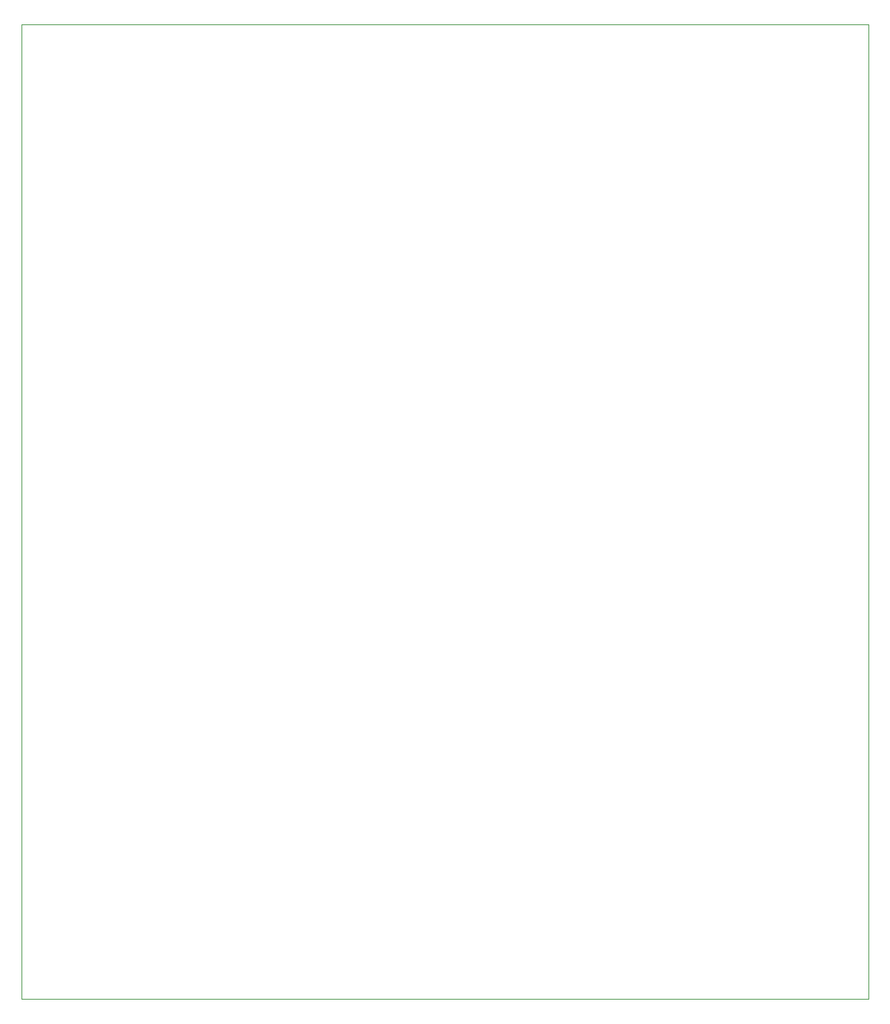
<source format=gbr>
%TF.GenerationSoftware,KiCad,Pcbnew,7.0.8*%
%TF.CreationDate,2023-11-11T11:33:52+01:00*%
%TF.ProjectId,LED-Zappelin-V2-Chrolis,4c45442d-5a61-4707-9065-6c696e2d5632,rev?*%
%TF.SameCoordinates,Original*%
%TF.FileFunction,Profile,NP*%
%FSLAX46Y46*%
G04 Gerber Fmt 4.6, Leading zero omitted, Abs format (unit mm)*
G04 Created by KiCad (PCBNEW 7.0.8) date 2023-11-11 11:33:52*
%MOMM*%
%LPD*%
G01*
G04 APERTURE LIST*
%TA.AperFunction,Profile*%
%ADD10C,0.100000*%
%TD*%
G04 APERTURE END LIST*
D10*
X50000000Y-50000000D02*
X150000000Y-50000000D01*
X150000000Y-165000000D01*
X50000000Y-165000000D01*
X50000000Y-50000000D01*
M02*

</source>
